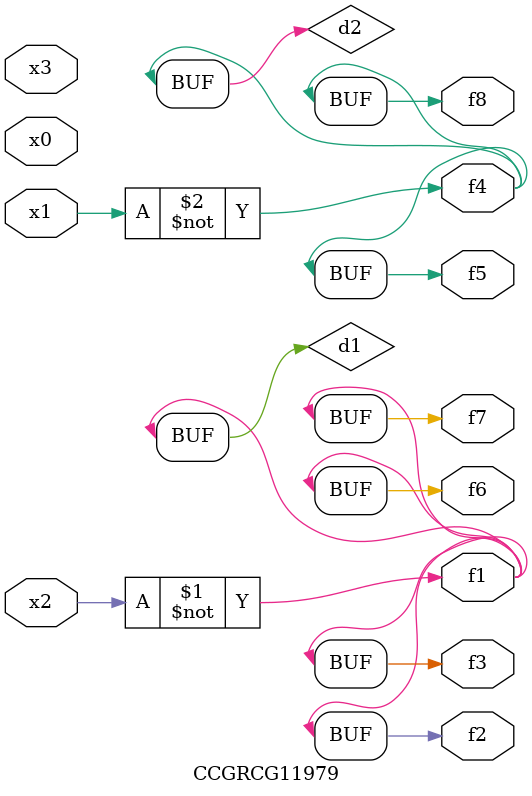
<source format=v>
module CCGRCG11979(
	input x0, x1, x2, x3,
	output f1, f2, f3, f4, f5, f6, f7, f8
);

	wire d1, d2;

	xnor (d1, x2);
	not (d2, x1);
	assign f1 = d1;
	assign f2 = d1;
	assign f3 = d1;
	assign f4 = d2;
	assign f5 = d2;
	assign f6 = d1;
	assign f7 = d1;
	assign f8 = d2;
endmodule

</source>
